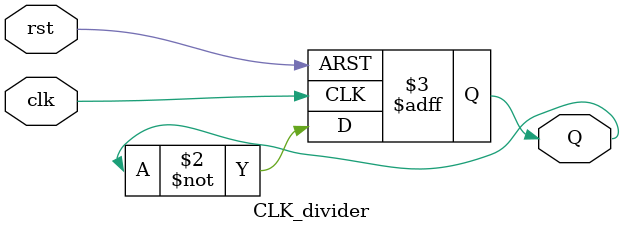
<source format=v>
`timescale 1ns / 1ps


module CLK_divider(input clk, input rst,  output reg Q );
    always @ (posedge clk  or posedge rst)
 begin
// Asynchronous Reset
if (rst)
Q <= 1'b0;
else
Q <= ~Q;
end
endmodule
</source>
